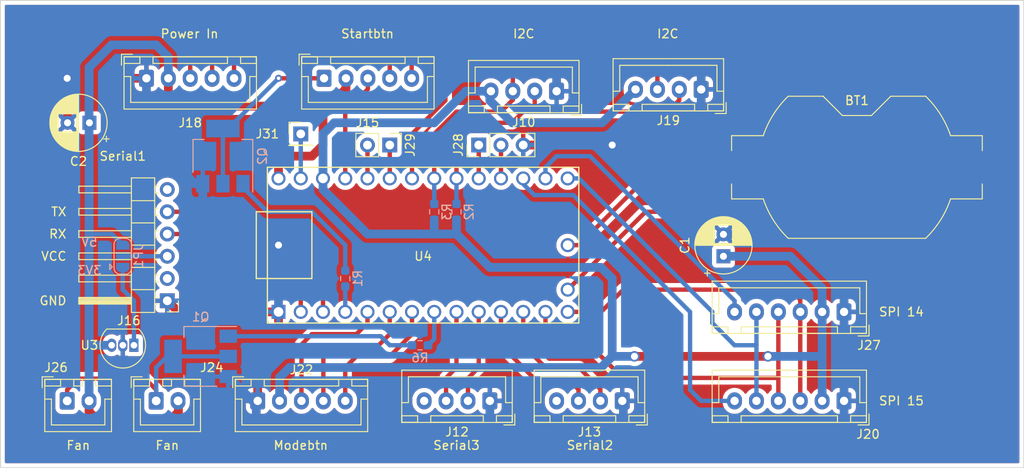
<source format=kicad_pcb>
(kicad_pcb (version 20211014) (generator pcbnew)

  (general
    (thickness 1.6)
  )

  (paper "A4")
  (layers
    (0 "F.Cu" signal)
    (31 "B.Cu" signal)
    (32 "B.Adhes" user "B.Adhesive")
    (33 "F.Adhes" user "F.Adhesive")
    (34 "B.Paste" user)
    (35 "F.Paste" user)
    (36 "B.SilkS" user "B.Silkscreen")
    (37 "F.SilkS" user "F.Silkscreen")
    (38 "B.Mask" user)
    (39 "F.Mask" user)
    (40 "Dwgs.User" user "User.Drawings")
    (41 "Cmts.User" user "User.Comments")
    (42 "Eco1.User" user "User.Eco1")
    (43 "Eco2.User" user "User.Eco2")
    (44 "Edge.Cuts" user)
    (45 "Margin" user)
    (46 "B.CrtYd" user "B.Courtyard")
    (47 "F.CrtYd" user "F.Courtyard")
    (48 "B.Fab" user)
    (49 "F.Fab" user)
    (50 "User.1" user)
    (51 "User.2" user)
    (52 "User.3" user)
    (53 "User.4" user)
    (54 "User.5" user)
    (55 "User.6" user)
    (56 "User.7" user)
    (57 "User.8" user)
    (58 "User.9" user)
  )

  (setup
    (stackup
      (layer "F.SilkS" (type "Top Silk Screen"))
      (layer "F.Paste" (type "Top Solder Paste"))
      (layer "F.Mask" (type "Top Solder Mask") (thickness 0.01))
      (layer "F.Cu" (type "copper") (thickness 0.035))
      (layer "dielectric 1" (type "core") (thickness 1.51) (material "FR4") (epsilon_r 4.5) (loss_tangent 0.02))
      (layer "B.Cu" (type "copper") (thickness 0.035))
      (layer "B.Mask" (type "Bottom Solder Mask") (thickness 0.01))
      (layer "B.Paste" (type "Bottom Solder Paste"))
      (layer "B.SilkS" (type "Bottom Silk Screen"))
      (copper_finish "None")
      (dielectric_constraints no)
    )
    (pad_to_mask_clearance 0)
    (pcbplotparams
      (layerselection 0x00010fc_ffffffff)
      (disableapertmacros false)
      (usegerberextensions false)
      (usegerberattributes true)
      (usegerberadvancedattributes true)
      (creategerberjobfile true)
      (svguseinch false)
      (svgprecision 6)
      (excludeedgelayer true)
      (plotframeref false)
      (viasonmask false)
      (mode 1)
      (useauxorigin false)
      (hpglpennumber 1)
      (hpglpenspeed 20)
      (hpglpendiameter 15.000000)
      (dxfpolygonmode true)
      (dxfimperialunits true)
      (dxfusepcbnewfont true)
      (psnegative false)
      (psa4output false)
      (plotreference true)
      (plotvalue true)
      (plotinvisibletext false)
      (sketchpadsonfab false)
      (subtractmaskfromsilk false)
      (outputformat 1)
      (mirror false)
      (drillshape 1)
      (scaleselection 1)
      (outputdirectory "")
    )
  )

  (net 0 "")
  (net 1 "Net-(BT1-Pad1)")
  (net 2 "GNDD")
  (net 3 "+5V")
  (net 4 "Net-(BT1-Pad2)")
  (net 5 "SCK")
  (net 6 "Net-(J15-Pad1)")
  (net 7 "MISO")
  (net 8 "SD_CS")
  (net 9 "SDA")
  (net 10 "SCL")
  (net 11 "Net-(J15-Pad3)")
  (net 12 "Net-(J18-Pad3)")
  (net 13 "+3V3")
  (net 14 "MOSI")
  (net 15 "Net-(J13-Pad2)")
  (net 16 "Net-(J13-Pad3)")
  (net 17 "Net-(J12-Pad2)")
  (net 18 "Net-(J12-Pad3)")
  (net 19 "Net-(J21-Pad3)")
  (net 20 "Net-(J21-Pad4)")
  (net 21 "Net-(J21-Pad5)")
  (net 22 "Net-(J24-Pad1)")
  (net 23 "Net-(R1-Pad1)")
  (net 24 "/TX")
  (net 25 "/RX")
  (net 26 "unconnected-(J12-Pad4)")
  (net 27 "unconnected-(J13-Pad4)")
  (net 28 "Net-(J15-Pad4)")
  (net 29 "Net-(J15-Pad5)")
  (net 30 "unconnected-(J16-Pad2)")
  (net 31 "unconnected-(J16-Pad6)")
  (net 32 "Net-(U4-Pad8)")
  (net 33 "Net-(U4-Pad32)")
  (net 34 "CS_A0")
  (net 35 "Net-(U4-Pad23)")
  (net 36 "Net-(U4-Pad28)")
  (net 37 "Net-(U4-Pad29)")
  (net 38 "Net-(J28-Pad1)")
  (net 39 "Net-(J16-Pad3)")
  (net 40 "Net-(U3-Pad1)")
  (net 41 "Net-(R6-Pad1)")
  (net 42 "Net-(R1-Pad2)")

  (footprint "Connector_JST:JST_XH_B4B-XH-A_1x04_P2.50mm_Vertical" (layer "F.Cu") (at 138.43 60.96 180))

  (footprint "Connector_JST:JST_XH_B4B-XH-A_1x04_P2.50mm_Vertical" (layer "F.Cu") (at 114.3 96.52 180))

  (footprint "Connector_JST:JST_XH_B5B-XH-A_1x05_P2.50mm_Vertical" (layer "F.Cu") (at 75.09 59.69))

  (footprint "Connector_JST:JST_XH_B4B-XH-A_1x04_P2.50mm_Vertical" (layer "F.Cu") (at 129.42 96.52 180))

  (footprint "Connector_JST:JST_XH_B5B-XH-A_1x05_P2.50mm_Vertical" (layer "F.Cu") (at 95.37 59.69))

  (footprint "Connector_JST:JST_XH_B2B-XH-A_1x02_P2.50mm_Vertical" (layer "F.Cu") (at 76.2 96.52))

  (footprint "Connector_PinHeader_2.54mm:PinHeader_1x01_P2.54mm_Vertical" (layer "F.Cu") (at 92.71 66.04))

  (footprint "Connector_JST:JST_XH_B4B-XH-A_1x04_P2.50mm_Vertical" (layer "F.Cu") (at 121.92 61.16 180))

  (footprint "Battery:BatteryHolder_Keystone_1058_1x2032" (layer "F.Cu") (at 156.21 69.85 180))

  (footprint "teensy:Teensy30_31_32_All_Pins" (layer "F.Cu") (at 106.68 78.74))

  (footprint "Connector_JST:JST_XH_B6B-XH-A_1x06_P2.50mm_Vertical" (layer "F.Cu") (at 154.74 86.36 180))

  (footprint "Connector_JST:JST_XH_B5B-XH-A_1x05_P2.50mm_Vertical" (layer "F.Cu") (at 87.79 96.52))

  (footprint "Connector_PinHeader_2.54mm:PinHeader_1x03_P2.54mm_Vertical" (layer "F.Cu") (at 113.03 67.31 90))

  (footprint "Package_TO_SOT_THT:TO-92_Inline" (layer "F.Cu") (at 73.66 90.17 180))

  (footprint "Connector_JST:JST_XH_B2B-XH-A_1x02_P2.50mm_Vertical" (layer "F.Cu") (at 66.04 96.52))

  (footprint "Capacitor_THT:CP_Radial_D6.3mm_P2.50mm" (layer "F.Cu") (at 140.97 80.01 90))

  (footprint "Connector_JST:JST_XH_B6B-XH-A_1x06_P2.50mm_Vertical" (layer "F.Cu") (at 154.74 96.52 180))

  (footprint "Connector_PinHeader_2.54mm:PinHeader_1x06_P2.54mm_Horizontal" (layer "F.Cu") (at 77.47 85.09 180))

  (footprint "Connector_PinHeader_2.54mm:PinHeader_1x02_P2.54mm_Vertical" (layer "F.Cu") (at 102.87 67.31 -90))

  (footprint "Capacitor_THT:CP_Radial_D6.3mm_P2.50mm" (layer "F.Cu") (at 68.58 64.77 180))

  (footprint "Resistor_SMD:R_0603_1608Metric_Pad0.98x0.95mm_HandSolder" (layer "B.Cu") (at 107.95 74.93 90))

  (footprint "Package_TO_SOT_SMD:SOT-223-3_TabPin2" (layer "B.Cu") (at 81.28 91.44 180))

  (footprint "Jumper:SolderJumper-3_P1.3mm_Open_RoundedPad1.0x1.5mm" (layer "B.Cu") (at 72.39 80.01 90))

  (footprint "Package_TO_SOT_SMD:SOT-223-3_TabPin2" (layer "B.Cu") (at 83.82 68.58 90))

  (footprint "Resistor_SMD:R_0603_1608Metric_Pad0.98x0.95mm_HandSolder" (layer "B.Cu") (at 110.49 74.93 90))

  (footprint "Resistor_SMD:R_0603_1608Metric_Pad0.98x0.95mm_HandSolder" (layer "B.Cu") (at 97.79 82.55 90))

  (footprint "Resistor_SMD:R_0603_1608Metric_Pad0.98x0.95mm_HandSolder" (layer "B.Cu") (at 106.3225 90.17))

  (gr_rect (start 58.42 50.8) (end 175.26 104.14) (layer "Edge.Cuts") (width 0.1) (fill none) (tstamp e5de6a09-f97c-4b45-aaae-95685df739e2))
  (gr_text "5V\n\n3V3" (at 68.58 80.01) (layer "B.SilkS") (tstamp 814ff461-6976-4725-8a73-b7b9b33a1ee5)
    (effects (font (size 1 1) (thickness 0.15)) (justify mirror))
  )
  (gr_text "TX" (at 66.04 74.93) (layer "F.SilkS") (tstamp 2811739a-9b44-4fc4-a342-7581e6bd66e6)
    (effects (font (size 1 1) (thickness 0.15)) (justify right))
  )
  (gr_text "I2C" (at 134.62 54.61) (layer "F.SilkS") (tstamp 337b4919-6550-4591-a79c-4001abb60e2a)
    (effects (font (size 1 1) (thickness 0.15)))
  )
  (gr_text "RX" (at 66.04 77.47) (layer "F.SilkS") (tstamp 3c974e33-eb79-4c8c-b7b6-924cd37992d2)
    (effects (font (size 1 1) (thickness 0.15)) (justify right))
  )
  (gr_text "Serial1" (at 72.39 68.58) (layer "F.SilkS") (tstamp 4249c516-ed47-4b50-901f-ef07693094e3)
    (effects (font (size 1 1) (thickness 0.15)))
  )
  (gr_text "Fan" (at 67.31 101.6) (layer "F.SilkS") (tstamp 47b04f0c-55d5-4ff6-8438-552d375549a6)
    (effects (font (size 1 1) (thickness 0.15)))
  )
  (gr_text "SPI 15" (at 161.29 96.52) (layer "F.SilkS") (tstamp 5010bbf7-90af-4f1d-b548-f48906acb9b6)
    (effects (font (size 1 1) (thickness 0.15)))
  )
  (gr_text "GND" (at 66.04 85.09) (layer "F.SilkS") (tstamp 60954802-d6b5-41e8-a1a5-c396df1d29b2)
    (effects (font (size 1 1) (thickness 0.15)) (justify right))
  )
  (gr_text "Modebtn" (at 92.71 101.6) (layer "F.SilkS") (tstamp 7169015c-8e75-4597-972b-44c7bc0a6901)
    (effects (font (size 1 1) (thickness 0.15)))
  )
  (gr_text "Serial2" (at 125.73 101.6) (layer "F.SilkS") (tstamp 7d750173-1694-4a80-bf55-edd18da2a63d)
    (effects (font (size 1 1) (thickness 0.15)))
  )
  (gr_text "Power In" (at 80.01 54.61) (layer "F.SilkS") (tstamp 8bc4e86e-9c9e-4ac5-b63e-c7223e5d2027)
    (effects (font (size 1 1) (thickness 0.15)))
  )
  (gr_text "VCC" (at 66.04 80.01) (layer "F.SilkS") (tstamp 9b462dce-e475-4c61-93cb-f146ccad6ee1)
    (effects (font (size 1 1) (thickness 0.15)) (justify right))
  )
  (gr_text "I2C" (at 118.17 54.61) (layer "F.SilkS") (tstamp ad418700-65e2-4a47-b32b-4f2db06903f8)
    (effects (font (size 1 1) (thickness 0.15)))
  )
  (gr_text "SPI 14" (at 161.29 86.36) (layer "F.SilkS") (tstamp e61914c3-e6fa-4574-9cf8-c7ab531f4f19)
    (effects (font (size 1 1) (thickness 0.15)))
  )
  (gr_text "Startbtn" (at 100.33 54.61) (layer "F.SilkS") (tstamp ec6a177d-4ba1-448d-a845-01c680d9f820)
    (effects (font (size 1 1) (thickness 0.15)))
  )
  (gr_text "Serial3" (at 110.49 101.6) (layer "F.SilkS") (tstamp fa4acb89-f373-4852-9b37-7f17a6e911a3)
    (effects (font (size 1 1) (thickness 0.15)))
  )
  (gr_text "Fan" (at 77.47 101.6) (layer "F.SilkS") (tstamp ffe89e2a-612a-481b-9698-2bd9268ef3ab)
    (effects (font (size 1 1) (thickness 0.15)))
  )

  (segment (start 148.59 69.85) (end 143.51 74.93) (width 0.5) (layer "F.Cu") (net 1) (tstamp 5dd02a9e-4839-4860-8430-7efefd394d30))
  (segment (start 143.51 74.93) (end 132.08 74.93) (width 0.5) (layer "F.Cu") (net 1) (tstamp 7f3be4a4-a22b-45c0-b2c5-e81380588b93))
  (segment (start 170.89 69.85) (end 148.59 69.85) (width 0.5) (layer "F.Cu") (net 1) (tstamp 90d39717-8c9b-4250-b065-a577c20d0a3d))
  (segment (start 132.08 74.93) (end 123.19 83.82) (width 0.5) (layer "F.Cu") (net 1) (tstamp cbd71812-52e1-4a3d-acc0-87139a0af82d))
  (segment (start 128.27 71.12) (end 128.27 67.31) (width 1) (layer "F.Cu") (net 2) (tstamp 07fceebf-219f-4f1b-be07-3976fb946473))
  (segment (start 74.93 85.09) (end 77.47 85.09) (width 0.5) (layer "F.Cu") (net 2) (tstamp 1333809e-4a71-4d9b-8bd5-1eabb335487a))
  (segment (start 72.39 87.63) (end 74.93 85.09) (width 0.5) (layer "F.Cu") (net 2) (tstamp 19541912-66f0-4510-bcfe-4fb16025ee8d))
  (segment (start 87.79 91.28) (end 90.17 88.9) (width 1) (layer "F.Cu") (net 2) (tstamp 1bbea71d-9618-47a5-90c1-613aeee3530d))
  (segment (start 114.3 74.93) (end 124.46 74.93) (width 1) (layer "F.Cu") (net 2) (tstamp 2b5546aa-20b1-4c64-98e7-34a7361ee10c))
  (segment (start 72.39 90.17) (end 72.39 87.63) (width 0.5) (layer "F.Cu") (net 2) (tstamp 3118f2a3-bc52-4c63-8eda-ba979a024870))
  (segment (start 78.74 86.36) (end 77.47 85.09) (width 1) (layer "F.Cu") (net 2) (tstamp 372600b3-29bf-4da8-a825-745719f9ed71))
  (segment (start 66.08 59.73) (end 66.04 59.69) (width 1) (layer "F.Cu") (net 2) (tstamp 408469e4-ef51-418f-8b5a-9243eae22fe2))
  (segment (start 90.17 78.74) (end 110.49 78.74) (width 1) (layer "F.Cu") (net 2) (tstamp 5c52542b-d166-40e5-96c9-7c890c82192c))
  (segment (start 110.49 78.74) (end 114.3 74.93) (width 1) (layer "F.Cu") (net 2) (tstamp 5ce48ba9-d782-482b-b6f9-399056a44894))
  (segment (start 128.27 67.31) (end 118.11 67.31) (width 1) (layer "F.Cu") (net 2) (tstamp 740e1f8f-254f-47e9-9d5c-44a3866e7001))
  (segment (start 124.46 74.93) (end 128.27 71.12) (width 1) (layer "F.Cu") (net 2) (tstamp 740e317a-45df-40c8-8d31-61b24a41c554))
  (segment (start 66.08 64.77) (end 66.08 59.73) (width 1) (layer "F.Cu") (net 2) (tstamp 890cc195-7802-4a10-83c9-f047ba6d5901))
  (segment (start 87.79 96.52) (end 87.79 91.28) (width 1) (layer "F.Cu") (net 2) (tstamp bf528adc-e108-4f96-aa2d-b32a22335851))
  (segment (start 90.17 86.36) (end 78.74 86.36) (width 1) (layer "F.Cu") (net 2) (tstamp cd3af88a-78f1-4b47-b598-0eda731a431d))
  (segment (start 90.17 88.9) (end 90.17 86.36) (width 1) (layer "F.Cu") (net 2) (tstamp e6d02220-f3bd-4556-874d-b83f5812fec7))
  (segment (start 66.04 59.69) (end 75.09 59.69) (width 1) (layer "F.Cu") (net 2) (tstamp fb90e4ff-5363-4338-92cd-24d3c3eeefb0))
  (via (at 128.27 67.31) (size 1.2) (drill 0.8) (layers "F.Cu" "B.Cu") (net 2) (tstamp 8b672c56-f1ca-45ca-9d3a-82ef96c92191))
  (via (at 66.04 59.69) (size 1.2) (drill 0.8) (layers "F.Cu" "B.Cu") (net 2) (tstamp cd5024f9-2e3f-443e-9858-870f97da7ea3))
  (via (at 90.17 78.74) (size 1.2) (drill 0.8) (layers "F.Cu" "B.Cu") (net 2) (tstamp f65164a9-4b39-4717-bd65-e87e59539ed3))
  (segment (start 75.09 66.2) (end 75.09 59.69) (width 1) (layer "B.Cu") (net 2) (tstamp 0bcbc099-677a-4738-bd3e-a2dfe51afa7c))
  (segment (start 154.74 86.36) (end 154.74 82.35) (width 1) (layer "B.Cu") (net 2) (tstamp 2c47542d-523e-448c-bf6a-86a65b6c272a))
  (segment (start 87.79 96.52) (end 87.21 96.52) (width 1) (layer "B.Cu") (net 2) (tstamp 33436a68-deff-4460-8739-49304eb2b141))
  (segment (start 87.21 96.52) (end 84.43 93.74) (width 1) (layer "B.Cu") (net 2) (tstamp 39df1bc1-0747-455c-8843-6a46a2b4fb3d))
  (segment (start 154.74 96.52) (end 154.74 99.26) (width 1) (layer "B.Cu") (net 2) (tstamp 53329208-3f58-43a7-a244-f463f6dbc6ad))
  (segment (start 87.63 96.68) (end 87.79 96.52) (width 1) (layer "B.Cu") (net 2) (tstamp 55583868-99bc-49a4-a867-4bab99b61f58))
  (segment (start 81.52 71.73) (end 81.52 76.44) (width 1) (layer "B.Cu") (net 2) (tstamp 627bff2a-f5d0-465b-b5ea-ba8de6eaf390))
  (segment (start 83.82 78.74) (end 90.17 78.74) (width 1) (layer "B.Cu") (net 2) (tstamp 683365f3-cf00-4d76-88e1-cc3d882b3483))
  (segment (start 138.43 60.96) (end 138.43 64.77) (width 1) (layer "B.Cu") (net 2) (tstamp 6e610c10-914b-494b-aae1-3215f9aa83ef))
  (segment (start 153.67 100.33) (end 129.54 100.33) (width 1) (layer "B.Cu") (net 2) (tstamp 6f61c87e-b3c1-487f-aa18-077e768319af))
  (segment (start 123.19 57.15) (end 121.92 58.42) (width 1) (layer "B.Cu") (net 2) (tstamp 808d2d03-5503-4815-9217-c22f4338ed8e))
  (segment (start 138.43 58.42) (end 137.16 57.15) (width 1) (layer "B.Cu") (net 2) (tstamp 8201f20a-5d2c-4958-a3b3-d61744645e6b))
  (segment (start 154.74 82.35) (end 149.86 77.47) (width 1) (layer "B.Cu") (net 2) (tstamp 8795c1dc-e6fa-4f81-ad9d-f7af3305ecfc))
  (segment (start 154.74 96.52) (end 154.74 86.36) (width 1) (layer "B.Cu") (net 2) (tstamp 88dcc36c-846d-486a-9ec0-0a302549ca6b))
  (segment (start 149.86 77.47) (end 149.82 77.51) (width 1) (layer "B.Cu") (net 2) (tstamp 88f4fae4-f733-42af-8761-0c39bd9a33f9))
  (segment (start 129.54 100.33) (end 114.3 100.33) (width 1) (layer "B.Cu") (net 2) (tstamp 8baef8ad-f45f-4134-b63c-d52f443fe51f))
  (segment (start 88.9 100.33) (end 87.63 99.06) (width 1) (layer "B.Cu") (net 2) (tstamp 92562292-1049-4196-a95f-d45e717a08e5))
  (segment (start 129.42 96.52) (end 129.54 96.64) (width 1) (layer "B.Cu") (net 2) (tstamp 9b658fae-6fae-4389-bcbb-778543166d2b))
  (segment (start 114.3 100.33) (end 88.9 100.33) (width 1) (layer "B.Cu") (net 2) (tstamp 9d92b991-6ff0-470c-91b7-8bfff331bddc))
  (segment (start 154.74 99.26) (end 153.67 100.33) (width 1) (layer "B.Cu") (net 2) (tstamp a64b35ad-b8fb-4688-974e-c0cb46ecfb27))
  (segment (start 121.92 58.42) (end 121.92 61.16) (width 1) (layer "B.Cu") (net 2) (tstamp aba79cf3-c947-4852-bac2-0b24ab7d0262))
  (segment (start 138.43 64.77) (end 135.89 67.31) (width 1) (layer "B.Cu") (net 2) (tstamp ad8dc665-073e-4d17-9d60-f2b4d42bc218))
  (segment (start 87.63 99.06) (end 87.63 96.68) (width 1) (layer "B.Cu") (net 2) (tstamp c1ba70ea-abce-4a26-9490-391c21944f7a))
  (segment (start 80.62 71.73) (end 81.52 71.73) (width 1) (layer "B.Cu") (net 2) (tstamp cdd6e5dd-64d8-4b5c-830d-0c86c88af95e))
  (segment (start 75.09 66.2) (end 80.62 71.73) (width 1) (layer "B.Cu") (net 2) (tstamp de295c52-a36f-410e-b679-65798ce1cff2))
  (segment (start 81.52 76.44) (end 83.82 78.74) (width 1) (layer "B.Cu") (net 2) (tstamp e0ddede7-e909-4cbc-bac6-59c3fe8115d7))
  (segment (start 138.43 60.96) (end 138.43 58.42) (width 1) (layer "B.Cu") (net 2) (tstamp e9503114-e6b5-4975-b91e-7c43e9c7ce9e))
  (segment (start 129.54 96.64) (end 129.54 100.33) (width 1) (layer "B.Cu") (net 2) (tstamp ea505199-5ea9-499d-b375-c8b7456aa155))
  (segment (start 137.16 57.15) (end 123.19 57.15) (width 1) (layer "B.Cu") (net 2) (tstamp ecdfede7-29e9-4e47-a481-4abe67d01156))
  (segment (start 114.3 96.52) (end 114.3 100.33) (width 1) (layer "B.Cu") (net 2) (tstamp f04983a3-f8fb-440c-b059-0b03c4f23150))
  (segment (start 90.17 78.74) (end 90.17 86.36) (width 1) (layer "B.Cu") (net 2) (tstamp f72114a7-b4fb-43a1-acf9-6662a787ceca))
  (segment (start 135.89 67.31) (end 128.27 67.31) (width 1) (layer "B.Cu") (net 2) (tstamp fbee33ad-47d7-40a9-9a52-bf453dd6c6d2))
  (segment (start 149.82 77.51) (end 140.97 77.51) (width 1) (layer "B.Cu") (net 2) (tstamp ff4f37a6-58e8-444f-aba6-15934c050a94))
  (segment (start 90.17 68.58) (end 90.17 69.215) (width 1) (layer "F.Cu") (net 3) (tstamp 05db35ea-4445-4d5e-92f5-81f5ee2bfd7b))
  (segment (start 90.17 64.135) (end 90.17 68.58) (width 1) (layer "F.Cu") (net 3) (tstamp 0d21d829-3c08-4947-952f-02e3b0ad7376))
  (segment (start 95.25 67.31) (end 95.25 63.5) (width 1) (layer "F.Cu") (net 3) (tstamp 1a19d5e3-900a-419d-85ba-2dde0669a702))
  (segment (start 93.98 68.58) (end 95.25 67.31) (width 1) (layer "F.Cu") (net 3) (tstamp 2021ba5a-5dea-4695-95c7-e7e34d9b26f2))
  (segment (start 69.85 99.06) (end 77.47 99.06) (width 1) (layer "F.Cu") (net 3) (tstamp 211ebb52-d177-42f7-bb88-97215e70810c))
  (segment (start 97.87 60.88) (end 97.87 59.69) (width 1) (layer "F.Cu") (net 3) (tstamp 4a9243b3-fae5-4f21-8260-b6c38cbb2cb7))
  (segment (start 77.59 61.715) (end 78.74 62.865) (width 1) (layer "F.Cu") (net 3) (tstamp 4dc0ffa7-7889-44f4-b4e8-c31bb16968b7))
  (segment (start 90.17 68.58) (end 93.98 68.58) (width 1) (layer "F.Cu") (net 3) (tstamp 553bb03a-8be2-4d5a-bf77-9ac7460d1f0b))
  (segment (start 95.25 63.5) (end 97.87 60.88) (width 1) (layer "F.Cu") (net 3) (tstamp 5cef48c9-23f9-4c4a-b955-e1024fd14e07))
  (segment (start 78.74 62.865) (end 88.9 62.865) (width 1) (layer "F.Cu") (net 3) (tstamp 62447982-cc93-4f4f-9192-5fdb89d19d4e))
  (segment (start 68.54 97.75) (end 69.85 99.06) (width 1) (layer "F.Cu") (net 3) (tstamp 73f87f0c-be60-4840-b972-eb14fd418a33))
  (segment (start 77.59 59.69) (end 77.59 61.715) (width 1) (layer "F.Cu") (net 3) (tstamp 7a23827c-a4f7-412b-a05b-6b15bef94dcf))
  (segment (start 78.74 96.56) (end 78.7 96.52) (width 1) (layer "F.Cu") (net 3) (tstamp 87de0d51-5630-4b32-a92d-d1910a607201))
  (segment (start 77.47 99.06) (end 78.74 97.79) (width 1) (layer "F.Cu") (net 3) (tstamp 960a7a7f-2d67-4feb-a8b1-4d4af217aaf6))
  (segment (start 88.9 62.865) (end 90.17 64.135) (width 1) (layer "F.Cu") (net 3) (tstamp a68f479a-acc7-4de7-be07-f189d8a6449e))
  (segment (start 78.74 97.79) (end 78.74 96.56) (width 1) (layer "F.Cu") (net 3) (tstamp a7672d58-27fa-430b-9ba5-7fa35441700b))
  (segment (start 68.54 96.52) (end 68.54 97.75) (width 1) (layer "F.Cu") (net 3) (tstamp eecd564f-841d-4f6f-9c60-b0eff27481ff))
  (segment (start 90.17 69.215) (end 90.17 71.12) (width 1) (layer "F.Cu") (net 3) (tstamp ef9d0b26-e3fe-495b-8f9d-c1e0b739fae6))
  (segment (start 76.2 55.88) (end 77.59 57.27) (width 1) (layer "B.Cu") (net 3) (tstamp 012c34d6-efef-4ccb-a505-72e9f47c759f))
  (segment (start 68.54 90.13) (end 68.58 90.17) (width 1) (layer "B.Cu") (net 3) (tstamp 1c580ff2-d6c5-41df-874b-ce040ac3952e))
  (segment (start 71.15 77.47) (end 68.58 77.47) (width 0.5) (layer "B.Cu") (net 3) (tstamp 324a57e1-251d-4bb2-abcb-083776764a8a))
  (segment (start 68.54 58.46) (end 71.12 55.88) (width 1) (layer "B.Cu") (net 3) (tstamp 3bbbe3c5-ab01-4de2-bbf7-9ee4425f2f8b))
  (segment (start 68.58 77.47) (end 68.54 77.51) (width 0.5) (layer "B.Cu") (net 3) (tstamp 4a8b854e-94ad-449b-9557-e681c309a647))
  (segment (start 68.58 90.17) (end 71.12 90.17) (width 1) (layer "B.Cu") (net 3) (tstamp 831648c6-ed11-4fd2-9ed8-433392342f1f))
  (segment (start 68.54 90.13) (end 68.54 77.51) (width 1) (layer "B.Cu") (net 3) (tstamp 88fc9993-dc11-419f-a739-6beaba8d4139))
  (segment (start 68.54 77.51) (end 68.54 58.46) (width 1) (layer "B.Cu") (net 3) (tstamp 98447586-ca11-416d-963e-43de0fd6380a))
  (segment (start 68.54 96.52) (end 68.54 90.13) (width 1) (layer "B.Cu") (net 3) (tstamp a58e375b-cab0-436c-8877-2a727e2a4680))
  (segment (start 71.12 55.88) (end 76.2 55.88) (width 1) (layer "B.Cu") (net 3) (tstamp a8b81cf2-8428-480b-a6c2-59401d3ec0d4))
  (segment (start 72.39 78.71) (end 71.15 77.47) (width 0.5) (layer "B.Cu") (net 3) (tstamp aceb63e8-0ff8-455b-8649-bb71af9a468b))
  (segment (start 77.59 57.27) (end 77.59 59.69) (width 1) (layer "B.Cu") (net 3) (tstamp e60c998a-b2b1-424f-93d0-50dace7825f6))
  (segment (start 133.35 69.85) (end 124.46 78.74) (width 0.5) (layer "F.Cu") (net 4) (tstamp 03403259-b015-4a57-a4ec-41cbdba8e282))
  (segment (start 124.46 78.74) (end 123.19 78.74) (width 0.5) (layer "F.Cu") (net 4) (tstamp 4695e526-83be-48f8-808a-ef58999c4747))
  (segment (start 141.53 69.85) (end 133.35 69.85) (width 0.5) (layer "F.Cu") (net 4) (tstamp 72b949b1-97a8-4365-85dd-812489f74aef))
  (segment (start 139.7 87.63) (end 142.24 90.17) (width 0.5) (layer "B.Cu") (net 5) (tstamp 18455eb0-5650-4c8d-ac22-41b72288d011))
  (segment (start 124.46 71.12) (end 139.7 86.36) (width 0.5) (layer "B.Cu") (net 5) (tstamp 7d7eaa05-74ce-45a3-aa83-3b32c6ce5e9d))
  (segment (start 142.24 90.17) (end 144.7 90.17) (width 0.5) (layer "B.Cu") (net 5) (tstamp 8e56c528-430b-4ca2-a046-0fe6ed342e32))
  (segment (start 144.74 96.52) (end 144.74 90.13) (width 0.5) (layer "B.Cu") (net 5) (tstamp a35e60c1-1173-435b-956f-fe8783a847c1))
  (segment (start 123.19 71.12) (end 124.46 71.12) (width 0.5) (layer "B.Cu") (net 5) (tstamp afb73ea5-362b-4110-a285-351542b77539))
  (segment (start 139.7 86.36) (end 139.7 87.63) (width 0.5) (layer "B.Cu") (net 5) (tstamp bf5b25c8-ce14-4368-a3aa-63844d1e4991))
  (segment (start 144.74 90.13) (end 144.74 87.67) (width 0.5) (layer "B.Cu") (net 5) (tstamp bf74add7-0ee1-4a4b-ac75-c6b61d3d803d))
  (segment (start 144.74 86.36) (end 144.74 87.67) (width 0.5) (layer "B.Cu") (net 5) (tstamp dd946072-881a-4a25-a5a7-b06597d0ff48))
  (segment (start 144.7 90.17) (end 144.74 90.13) (width 0.5) (layer "B.Cu") (net 5) (tstamp f3283248-10e0-4892-b6ba-9c4fb19ca4da))
  (segment (start 90.17 59.69) (end 95.37 59.69) (width 0.5) (layer "F.Cu") (net 6) (tstamp 54bb7896-a3ec-4def-97e4-98e6890c74e1))
  (via (at 90.17 59.69) (size 0.8) (drill 0.4) (layers "F.Cu" "B.Cu") (net 6) (tstamp 74fdb690-93a1-404d-8d26-aa9a3106c392))
  (segment (start 83.82 65.43) (end 83.82 71.73) (width 0.5) (layer "B.Cu") (net 6) (tstamp 2c8f4224-d731-4b08-9f7a-bf74dc1a7b92))
  (segment (start 83.82 65.43) (end 84.43 65.43) (width 0.5) (layer "B.Cu") (net 6) (tstamp a0924ebd-9f9a-4fba-8d8c-e27b4b448047))
  (segment (start 84.43 65.43) (end 90.17 59.69) (width 0.5) (layer "B.Cu") (net 6) (tstamp b628b212-a4ff-4411-b59d-0c150d4dd39d))
  (segment (start 127 86.36) (end 123.19 86.36) (width 0.5) (layer "F.Cu") (net 7) (tstamp 1cbf7c9a-e7cf-4f47-bd9e-3f9050deb0d1))
  (segment (start 149.74 84.97) (end 148.59 83.82) (width 0.5) (layer "F.Cu") (net 7) (tstamp 3ddf9fc6-db34-4139-ab79-49a29d9ddc0c))
  (segment (start 148.59 83.82) (end 129.54 83.82) (width 0.5) (layer "F.Cu") (net 7) (tstamp 6f649d5f-28da-4c62-9fa3-06d779d9e8fb))
  (segment (start 149.74 86.36) (end 149.74 84.97) (width 0.5) (layer "F.Cu") (net 7) (tstamp 8148ca4f-447c-4e77-8edb-355df1056ed8))
  (segment (start 129.54 83.82) (end 127 86.36) (width 0.5) (layer "F.Cu") (net 7) (tstamp 8247eac6-5186-4f4d-a0ce-8b02e3137876))
  (segment (start 149.74 86.36) (end 149.74 96.52) (width 0.5) (layer "F.Cu") (net 7) (tstamp e88ddc58-6969-46f2-ad89-7c4a16650478))
  (segment (start 123.825 73.025) (end 137.16 86.36) (width 0.5) (layer "B.Cu") (net 8) (tstamp 18523948-747c-4d64-b2e9-518e638da7dd))
  (segment (start 137.16 86.36) (end 137.16 95.25) (width 0.5) (layer "B.Cu") (net 8) (tstamp 366cd2a5-dca3-4055-9f64-68e2d9d0fb5a))
  (segment (start 118.11 71.12) (end 118.11 71.755) (width 0.5) (layer "B.Cu") (net 8) (tstamp 3d9aecaf-5387-4d4a-b16b-801ca81df95b))
  (segment (start 118.11 71.755) (end 119.38 73.025) (width 0.5) (layer "B.Cu") (net 8) (tstamp 6493ca09-c495-4450-a70b-b634c6901dc0))
  (segment (start 138.43 96.52) (end 142.24 96.52) (width 0.5) (layer "B.Cu") (net 8) (tstamp baab7f7e-0cc4-4611-b4b2-a06a0d143538))
  (segment (start 119.38 73.025) (end 123.825 73.025) (width 0.5) (layer "B.Cu") (net 8) (tstamp d1172e8d-dbdc-4aef-b2dc-06dfdf480f2a))
  (segment (start 137.16 95.25) (end 138.43 96.52) (width 0.5) (layer "B.Cu") (net 8) (tstamp d55b42e9-e53c-427a-9114-f46707868bf2))
  (segment (start 118.11 63.5) (end 119.38 63.5) (width 0.5) (layer "F.Cu") (net 9) (tstamp 0eacbfc8-51e1-4614-88da-4f6296679966))
  (segment (start 135.93 62.19) (end 134.62 63.5) (width 0.5) (layer "F.Cu") (net 9) (tstamp 18ffbe9c-663f-408a-b2ae-66584f13717e))
  (segment (start 116.84 64.77) (end 118.11 63.5) (width 0.5) (layer "F.Cu") (net 9) (tstamp 4cd8b844-ac49-45ce-b0f4-504251b93478))
  (segment (start 119.42 63.46) (end 119.42 61.16) (width 0.5) (layer "F.Cu") (net 9) (tstamp 83539846-8222-402d-96da-67066ec075fc))
  (segment (start 110.49 66.04) (end 111.76 64.77) (width 0.5) (layer "F.Cu") (net 9) (tstamp 8e7485a6-8a57-47ac-a5ce-2a0020320a5a))
  (segment (start 111.76 64.77) (end 116.84 64.77) (width 0.5) (layer "F.Cu") (net 9) (tstamp e5bd8876-713b-49a9-9528-c6ff6d79da53))
  (segment (start 119.38 63.5) (end 119.42 63.46) (width 0.5) (layer "F.Cu") (net 9) (tstamp eaedea6f-62f4-4064-acef-e210ef24d21b))
  (segment (start 135.93 60.96) (end 135.93 62.19) (width 0.5) (layer "F.Cu") (net 9) (tstamp f5ab6ee9-9275-4567-9545-62ec8e50de
... [592149 chars truncated]
</source>
